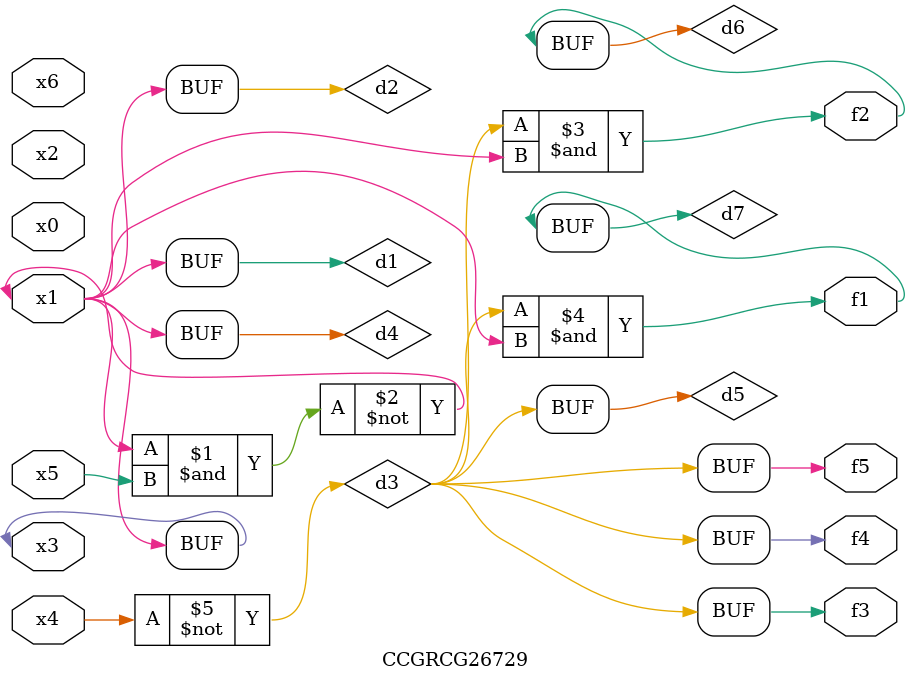
<source format=v>
module CCGRCG26729(
	input x0, x1, x2, x3, x4, x5, x6,
	output f1, f2, f3, f4, f5
);

	wire d1, d2, d3, d4, d5, d6, d7;

	buf (d1, x1, x3);
	nand (d2, x1, x5);
	not (d3, x4);
	buf (d4, d1, d2);
	buf (d5, d3);
	and (d6, d3, d4);
	and (d7, d3, d4);
	assign f1 = d7;
	assign f2 = d6;
	assign f3 = d5;
	assign f4 = d5;
	assign f5 = d5;
endmodule

</source>
